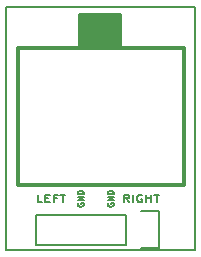
<source format=gbr>
G04 #@! TF.FileFunction,Legend,Top*
%FSLAX46Y46*%
G04 Gerber Fmt 4.6, Leading zero omitted, Abs format (unit mm)*
G04 Created by KiCad (PCBNEW 4.0.6) date Tue May 30 16:02:55 2017*
%MOMM*%
%LPD*%
G01*
G04 APERTURE LIST*
%ADD10C,0.100000*%
%ADD11C,0.200000*%
%ADD12C,0.158750*%
%ADD13C,0.127000*%
%ADD14C,0.300000*%
%ADD15C,1.000000*%
%ADD16C,0.150000*%
G04 APERTURE END LIST*
D10*
D11*
X159166000Y-74922000D02*
X143164000Y-74922000D01*
X159166000Y-95496000D02*
X159166000Y-74922000D01*
X143164000Y-95496000D02*
X159166000Y-95496000D01*
X143164000Y-74922000D02*
X143164000Y-95496000D01*
D12*
X153578000Y-91465262D02*
X153324000Y-91162881D01*
X153142572Y-91465262D02*
X153142572Y-90830262D01*
X153432857Y-90830262D01*
X153505429Y-90860500D01*
X153541714Y-90890738D01*
X153578000Y-90951214D01*
X153578000Y-91041929D01*
X153541714Y-91102405D01*
X153505429Y-91132643D01*
X153432857Y-91162881D01*
X153142572Y-91162881D01*
X153904572Y-91465262D02*
X153904572Y-90830262D01*
X154666571Y-90860500D02*
X154594000Y-90830262D01*
X154485143Y-90830262D01*
X154376286Y-90860500D01*
X154303714Y-90920976D01*
X154267429Y-90981452D01*
X154231143Y-91102405D01*
X154231143Y-91193119D01*
X154267429Y-91314071D01*
X154303714Y-91374548D01*
X154376286Y-91435024D01*
X154485143Y-91465262D01*
X154557714Y-91465262D01*
X154666571Y-91435024D01*
X154702857Y-91404786D01*
X154702857Y-91193119D01*
X154557714Y-91193119D01*
X155029429Y-91465262D02*
X155029429Y-90830262D01*
X155029429Y-91132643D02*
X155464857Y-91132643D01*
X155464857Y-91465262D02*
X155464857Y-90830262D01*
X155718857Y-90830262D02*
X156154286Y-90830262D01*
X155936572Y-91465262D02*
X155936572Y-90830262D01*
D13*
X151800000Y-91565047D02*
X151775810Y-91613428D01*
X151775810Y-91686000D01*
X151800000Y-91758571D01*
X151848381Y-91806952D01*
X151896762Y-91831143D01*
X151993524Y-91855333D01*
X152066095Y-91855333D01*
X152162857Y-91831143D01*
X152211238Y-91806952D01*
X152259619Y-91758571D01*
X152283810Y-91686000D01*
X152283810Y-91637619D01*
X152259619Y-91565047D01*
X152235429Y-91540857D01*
X152066095Y-91540857D01*
X152066095Y-91637619D01*
X152283810Y-91323143D02*
X151775810Y-91323143D01*
X152283810Y-91032857D01*
X151775810Y-91032857D01*
X152283810Y-90790953D02*
X151775810Y-90790953D01*
X151775810Y-90670000D01*
X151800000Y-90597429D01*
X151848381Y-90549048D01*
X151896762Y-90524857D01*
X151993524Y-90500667D01*
X152066095Y-90500667D01*
X152162857Y-90524857D01*
X152211238Y-90549048D01*
X152259619Y-90597429D01*
X152283810Y-90670000D01*
X152283810Y-90790953D01*
X149260000Y-91565047D02*
X149235810Y-91613428D01*
X149235810Y-91686000D01*
X149260000Y-91758571D01*
X149308381Y-91806952D01*
X149356762Y-91831143D01*
X149453524Y-91855333D01*
X149526095Y-91855333D01*
X149622857Y-91831143D01*
X149671238Y-91806952D01*
X149719619Y-91758571D01*
X149743810Y-91686000D01*
X149743810Y-91637619D01*
X149719619Y-91565047D01*
X149695429Y-91540857D01*
X149526095Y-91540857D01*
X149526095Y-91637619D01*
X149743810Y-91323143D02*
X149235810Y-91323143D01*
X149743810Y-91032857D01*
X149235810Y-91032857D01*
X149743810Y-90790953D02*
X149235810Y-90790953D01*
X149235810Y-90670000D01*
X149260000Y-90597429D01*
X149308381Y-90549048D01*
X149356762Y-90524857D01*
X149453524Y-90500667D01*
X149526095Y-90500667D01*
X149622857Y-90524857D01*
X149671238Y-90549048D01*
X149719619Y-90597429D01*
X149743810Y-90670000D01*
X149743810Y-90790953D01*
D12*
X146248286Y-91465262D02*
X145885429Y-91465262D01*
X145885429Y-90830262D01*
X146502286Y-91132643D02*
X146756286Y-91132643D01*
X146865143Y-91465262D02*
X146502286Y-91465262D01*
X146502286Y-90830262D01*
X146865143Y-90830262D01*
X147445715Y-91132643D02*
X147191715Y-91132643D01*
X147191715Y-91465262D02*
X147191715Y-90830262D01*
X147554572Y-90830262D01*
X147736000Y-90830262D02*
X148171429Y-90830262D01*
X147953715Y-91465262D02*
X147953715Y-90830262D01*
D14*
X152800000Y-78400000D02*
X152800000Y-75600000D01*
X152800000Y-75600000D02*
X149400000Y-75600000D01*
X149400000Y-75600000D02*
X149400000Y-78400000D01*
X149200000Y-78400000D02*
X153200000Y-78400000D01*
D15*
X152400000Y-76600000D02*
X150200000Y-76600000D01*
X149800000Y-77200000D02*
X152400000Y-77200000D01*
X149800000Y-78000000D02*
X152400000Y-78000000D01*
X149800000Y-77800000D02*
X149800000Y-78000000D01*
X149800000Y-77800000D02*
X149800000Y-76000000D01*
X149800000Y-76000000D02*
X152400000Y-76000000D01*
X152400000Y-76000000D02*
X152400000Y-78000000D01*
D14*
X144200000Y-90000000D02*
X158200000Y-90000000D01*
X158200000Y-90000000D02*
X158200000Y-78400000D01*
X158200000Y-78400000D02*
X152600000Y-78400000D01*
X152600000Y-78400000D02*
X152600000Y-76400000D01*
X149800000Y-78400000D02*
X144200000Y-78400000D01*
X144200000Y-78400000D02*
X144200000Y-90000000D01*
D16*
X153330000Y-92530000D02*
X145710000Y-92530000D01*
X153330000Y-95070000D02*
X145710000Y-95070000D01*
X156150000Y-95350000D02*
X154600000Y-95350000D01*
X145710000Y-92530000D02*
X145710000Y-95070000D01*
X153330000Y-95070000D02*
X153330000Y-92530000D01*
X154600000Y-92250000D02*
X156150000Y-92250000D01*
X156150000Y-92250000D02*
X156150000Y-95350000D01*
M02*

</source>
